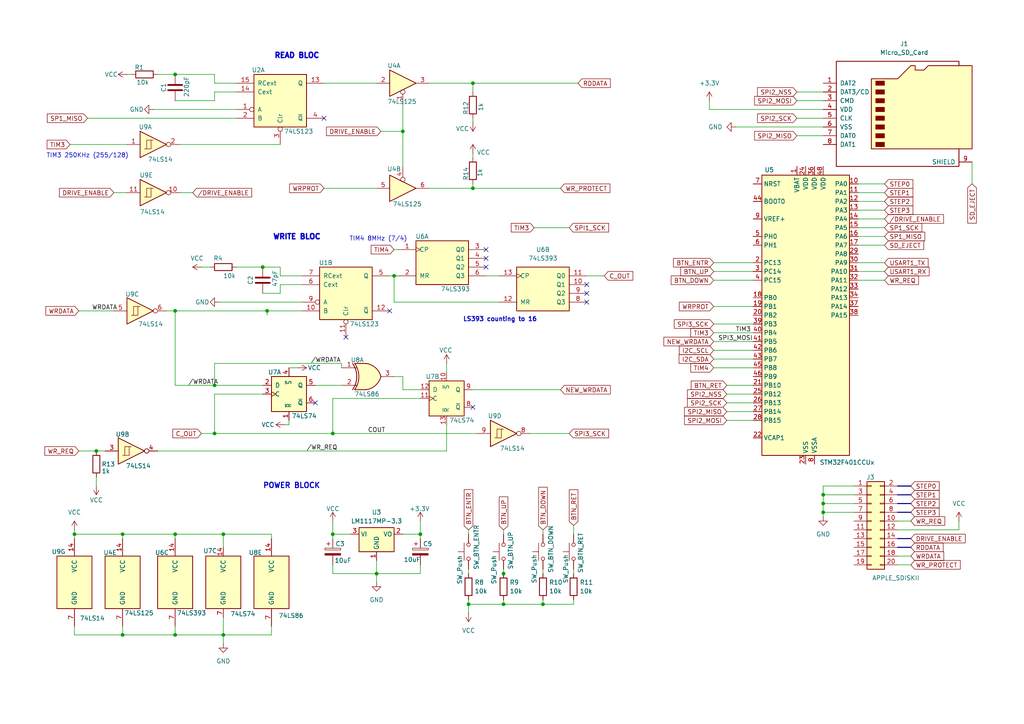
<source format=kicad_sch>
(kicad_sch (version 20231120) (generator "eeschema") (generator_version "8.0")
  (paper "A4")
  (title_block (title "APPLE II DISK EM STM32F401") (rev "15"))
  (lib_symbols
    (symbol "74xx:74LS123" (pin_names (offset 1.016))
      (property "Reference" "U" (at -7.62 8.89 0))
      (property "Value" "74LS123" (at -7.62 -8.89 0))
      (symbol "74LS123_1_0"
        (pin input inverted (at -12.7 -2.54 0) (length 5.08) (name "A") (number "1"))
        (pin output line (at 12.7 5.08 180) (length 5.08) (name "Q") (number "13"))
        (pin input line (at -12.7 2.54 0) (length 5.08) (name "Cext") (number "14"))
        (pin input line (at -12.7 5.08 0) (length 5.08) (name "RCext") (number "15"))
        (pin input line (at -12.7 -5.08 0) (length 5.08) (name "B") (number "2"))
        (pin input inverted (at 0 -12.7 90) (length 5.08) (name "Clr") (number "3"))
        (pin output line (at 12.7 -5.08 180) (length 5.08) (name "~{Q}") (number "4"))
      )
      (symbol "74LS123_2_0"
        (pin input line (at -12.7 -5.08 0) (length 5.08) (name "B") (number "10"))
        (pin input inverted (at 0 -12.7 90) (length 5.08) (name "Clr") (number "11"))
        (pin output line (at 12.7 -5.08 180) (length 5.08) (name "~{Q}") (number "12"))
        (pin output line (at 12.7 5.08 180) (length 5.08) (name "Q") (number "5"))
        (pin input line (at -12.7 2.54 0) (length 5.08) (name "Cext") (number "6"))
        (pin input line (at -12.7 5.08 0) (length 5.08) (name "RCext") (number "7"))
        (pin input inverted (at -12.7 -2.54 0) (length 5.08) (name "A") (number "9"))
      )
      (symbol "74LS123_3_0"
        (pin power_in line (at 0 12.7 270) (length 5.08) (name "VCC") (number "16"))
        (pin power_in line (at 0 -12.7 90) (length 5.08) (name "GND") (number "8"))
      )
    )
    (symbol "74xx:74LS125" (pin_names (offset 1.016))
      (property "Reference" "U" (at 0 1.27 0))
      (property "Value" "74LS125" (at 0 -1.27 0))
      (symbol "74LS125_1_0"
        (pin input inverted (at 0 -6.35 90) (length 4.445) (name "~") (number "1"))
        (pin input line (at -7.62 0 0) (length 3.81) (name "~") (number "2"))
        (pin tri_state line (at 7.62 0 180) (length 3.81) (name "~") (number "3"))
      )
      (symbol "74LS125_2_0"
        (pin input inverted (at 0 -6.35 90) (length 4.445) (name "~") (number "4"))
        (pin input line (at -7.62 0 0) (length 3.81) (name "~") (number "5"))
        (pin tri_state line (at 7.62 0 180) (length 3.81) (name "~") (number "6"))
      )
      (symbol "74LS125_3_0"
        (pin input inverted (at 0 -6.35 90) (length 4.445) (name "~") (number "10"))
        (pin tri_state line (at 7.62 0 180) (length 3.81) (name "~") (number "8"))
        (pin input line (at -7.62 0 0) (length 3.81) (name "~") (number "9"))
      )
      (symbol "74LS125_4_0"
        (pin tri_state line (at 7.62 0 180) (length 3.81) (name "~") (number "11"))
        (pin input line (at -7.62 0 0) (length 3.81) (name "~") (number "12"))
        (pin input inverted (at 0 -6.35 90) (length 4.445) (name "~") (number "13"))
      )
      (symbol "74LS125_5_0"
        (pin power_in line (at 0 12.7 270) (length 5.08) (name "VCC") (number "14"))
        (pin power_in line (at 0 -12.7 90) (length 5.08) (name "GND") (number "7"))
      )
    )
    (symbol "74xx:74LS14" (pin_names (offset 1.016))
      (property "Reference" "U" (at 0 1.27 0))
      (property "Value" "74LS14" (at 0 -1.27 0))
      (symbol "74LS14_1_0"
        (pin input line (at -7.62 0 0) (length 3.81) (name "~") (number "1"))
        (pin output inverted (at 7.62 0 180) (length 3.81) (name "~") (number "2"))
      )
      (symbol "74LS14_2_0"
        (pin input line (at -7.62 0 0) (length 3.81) (name "~") (number "3"))
        (pin output inverted (at 7.62 0 180) (length 3.81) (name "~") (number "4"))
      )
      (symbol "74LS14_3_0"
        (pin input line (at -7.62 0 0) (length 3.81) (name "~") (number "5"))
        (pin output inverted (at 7.62 0 180) (length 3.81) (name "~") (number "6"))
      )
      (symbol "74LS14_4_0"
        (pin output inverted (at 7.62 0 180) (length 3.81) (name "~") (number "8"))
        (pin input line (at -7.62 0 0) (length 3.81) (name "~") (number "9"))
      )
      (symbol "74LS14_5_0"
        (pin output inverted (at 7.62 0 180) (length 3.81) (name "~") (number "10"))
        (pin input line (at -7.62 0 0) (length 3.81) (name "~") (number "11"))
      )
      (symbol "74LS14_6_0"
        (pin output inverted (at 7.62 0 180) (length 3.81) (name "~") (number "12"))
        (pin input line (at -7.62 0 0) (length 3.81) (name "~") (number "13"))
      )
      (symbol "74LS14_7_0"
        (pin power_in line (at 0 12.7 270) (length 5.08) (name "VCC") (number "14"))
        (pin power_in line (at 0 -12.7 90) (length 5.08) (name "GND") (number "7"))
      )
    )
    (symbol "74xx:74LS393" (pin_names (offset 1.016))
      (property "Reference" "U" (at -7.62 8.89 0))
      (property "Value" "74LS393" (at -7.62 -8.89 0))
      (symbol "74LS393_1_0"
        (pin input clock (at -12.7 2.54 0) (length 5.08) (name "CP") (number "1"))
        (pin input line (at -12.7 -5.08 0) (length 5.08) (name "MR") (number "2"))
        (pin output line (at 12.7 2.54 180) (length 5.08) (name "Q0") (number "3"))
        (pin output line (at 12.7 0 180) (length 5.08) (name "Q1") (number "4"))
        (pin output line (at 12.7 -2.54 180) (length 5.08) (name "Q2") (number "5"))
        (pin output line (at 12.7 -5.08 180) (length 5.08) (name "Q3") (number "6"))
      )
      (symbol "74LS393_2_0"
        (pin output line (at 12.7 0 180) (length 5.08) (name "Q1") (number "10"))
        (pin output line (at 12.7 2.54 180) (length 5.08) (name "Q0") (number "11"))
        (pin input line (at -12.7 -5.08 0) (length 5.08) (name "MR") (number "12"))
        (pin input clock (at -12.7 2.54 0) (length 5.08) (name "CP") (number "13"))
        (pin output line (at 12.7 -5.08 180) (length 5.08) (name "Q3") (number "8"))
        (pin output line (at 12.7 -2.54 180) (length 5.08) (name "Q2") (number "9"))
      )
      (symbol "74LS393_3_0"
        (pin power_in line (at 0 12.7 270) (length 5.08) (name "VCC") (number "14"))
        (pin power_in line (at 0 -12.7 90) (length 5.08) (name "GND") (number "7"))
      )
    )
    (symbol "74xx:74LS74" (pin_names (offset 1.016))
      (property "Reference" "U" (at -7.62 8.89 0))
      (property "Value" "74LS74" (at -7.62 -8.89 0))
      (symbol "74LS74_1_0"
        (pin input line (at 0 -7.62 90) (length 2.54) (name "~{R}") (number "1"))
        (pin input line (at -7.62 2.54 0) (length 2.54) (name "D") (number "2"))
        (pin input clock (at -7.62 0 0) (length 2.54) (name "C") (number "3"))
        (pin input line (at 0 7.62 270) (length 2.54) (name "~{S}") (number "4"))
        (pin output line (at 7.62 2.54 180) (length 2.54) (name "Q") (number "5"))
        (pin output line (at 7.62 -2.54 180) (length 2.54) (name "~{Q}") (number "6"))
      )
      (symbol "74LS74_2_0"
        (pin input line (at 0 7.62 270) (length 2.54) (name "~{S}") (number "10"))
        (pin input clock (at -7.62 0 0) (length 2.54) (name "C") (number "11"))
        (pin input line (at -7.62 2.54 0) (length 2.54) (name "D") (number "12"))
        (pin input line (at 0 -7.62 90) (length 2.54) (name "~{R}") (number "13"))
        (pin output line (at 7.62 -2.54 180) (length 2.54) (name "~{Q}") (number "8"))
        (pin output line (at 7.62 2.54 180) (length 2.54) (name "Q") (number "9"))
      )
      (symbol "74LS74_3_0"
        (pin power_in line (at 0 10.16 270) (length 2.54) (name "VCC") (number "14"))
        (pin power_in line (at 0 -10.16 90) (length 2.54) (name "GND") (number "7"))
      )
    )
    (symbol "74xx:74LS86" (pin_names (offset 1.016))
      (property "Reference" "U" (at 0 1.27 0))
      (property "Value" "74LS86" (at 0 -1.27 0))
      (symbol "74LS86_1_0"
        (pin input line (at -7.62 2.54 0) (length 4.445) (name "~") (number "1"))
        (pin input line (at -7.62 -2.54 0) (length 4.445) (name "~") (number "2"))
        (pin output line (at 7.62 0 180) (length 3.81) (name "~") (number "3"))
      )
      (symbol "74LS86_2_0"
        (pin input line (at -7.62 2.54 0) (length 4.445) (name "~") (number "4"))
        (pin input line (at -7.62 -2.54 0) (length 4.445) (name "~") (number "5"))
        (pin output line (at 7.62 0 180) (length 3.81) (name "~") (number "6"))
      )
      (symbol "74LS86_3_0"
        (pin input line (at -7.62 -2.54 0) (length 4.445) (name "~") (number "10"))
        (pin output line (at 7.62 0 180) (length 3.81) (name "~") (number "8"))
        (pin input line (at -7.62 2.54 0) (length 4.445) (name "~") (number "9"))
      )
      (symbol "74LS86_4_0"
        (pin output line (at 7.62 0 180) (length 3.81) (name "~") (number "11"))
        (pin input line (at -7.62 2.54 0) (length 4.445) (name "~") (number "12"))
        (pin input line (at -7.62 -2.54 0) (length 4.445) (name "~") (number "13"))
      )
      (symbol "74LS86_5_0"
        (pin power_in line (at 0 12.7 270) (length 5.08) (name "VCC") (number "14"))
        (pin power_in line (at 0 -12.7 90) (length 5.08) (name "GND") (number "7"))
      )
    )
    (symbol "Connector:Micro_SD_Card" (pin_names (offset 1.016))
      (property "Reference" "J" (at -16.51 15.24 0))
      (property "Value" "Micro_SD_Card" (at 16.51 15.24 0))
      (symbol "Micro_SD_Card_1_1"
        (pin bidirectional line (at -22.86 7.62 0) (length 3.81) (name "DAT2") (number "1"))
        (pin bidirectional line (at -22.86 5.08 0) (length 3.81) (name "DAT3/CD") (number "2"))
        (pin input line (at -22.86 2.54 0) (length 3.81) (name "CMD") (number "3"))
        (pin power_in line (at -22.86 0 0) (length 3.81) (name "VDD") (number "4"))
        (pin input line (at -22.86 -2.54 0) (length 3.81) (name "CLK") (number "5"))
        (pin power_in line (at -22.86 -5.08 0) (length 3.81) (name "VSS") (number "6"))
        (pin bidirectional line (at -22.86 -7.62 0) (length 3.81) (name "DAT0") (number "7"))
        (pin bidirectional line (at -22.86 -10.16 0) (length 3.81) (name "DAT1") (number "8"))
        (pin passive line (at 20.32 -15.24 180) (length 3.81) (name "SHIELD") (number "9"))
      )
    )
    (symbol "Connector_Generic:Conn_02x10_Odd_Even" (pin_names (offset 1.016) hide)
      (property "Reference" "J" (at 1.27 12.7 0))
      (property "Value" "Conn_02x10_Odd_Even" (at 1.27 -15.24 0))
      (symbol "Conn_02x10_Odd_Even_1_1"
        (pin passive line (at -5.08 10.16 0) (length 3.81) (name "Pin_1") (number "1"))
        (pin passive line (at 7.62 0 180) (length 3.81) (name "Pin_10") (number "10"))
        (pin passive line (at -5.08 -2.54 0) (length 3.81) (name "Pin_11") (number "11"))
        (pin passive line (at 7.62 -2.54 180) (length 3.81) (name "Pin_12") (number "12"))
        (pin passive line (at -5.08 -5.08 0) (length 3.81) (name "Pin_13") (number "13"))
        (pin passive line (at 7.62 -5.08 180) (length 3.81) (name "Pin_14") (number "14"))
        (pin passive line (at -5.08 -7.62 0) (length 3.81) (name "Pin_15") (number "15"))
        (pin passive line (at 7.62 -7.62 180) (length 3.81) (name "Pin_16") (number "16"))
        (pin passive line (at -5.08 -10.16 0) (length 3.81) (name "Pin_17") (number "17"))
        (pin passive line (at 7.62 -10.16 180) (length 3.81) (name "Pin_18") (number "18"))
        (pin passive line (at -5.08 -12.7 0) (length 3.81) (name "Pin_19") (number "19"))
        (pin passive line (at 7.62 10.16 180) (length 3.81) (name "Pin_2") (number "2"))
        (pin passive line (at 7.62 -12.7 180) (length 3.81) (name "Pin_20") (number "20"))
        (pin passive line (at -5.08 7.62 0) (length 3.81) (name "Pin_3") (number "3"))
        (pin passive line (at 7.62 7.62 180) (length 3.81) (name "Pin_4") (number "4"))
        (pin passive line (at -5.08 5.08 0) (length 3.81) (name "Pin_5") (number "5"))
        (pin passive line (at 7.62 5.08 180) (length 3.81) (name "Pin_6") (number "6"))
        (pin passive line (at -5.08 2.54 0) (length 3.81) (name "Pin_7") (number "7"))
        (pin passive line (at 7.62 2.54 180) (length 3.81) (name "Pin_8") (number "8"))
        (pin passive line (at -5.08 0 0) (length 3.81) (name "Pin_9") (number "9"))
      )
    )
    (symbol "Device:C" (pin_numbers hide) (pin_names (offset 0.254))
      (property "Reference" "C" (at 0.635 2.54 0))
      (property "Value" "C" (at 0.635 -2.54 0))
      (symbol "C_1_1"
        (pin passive line (at 0 3.81 270) (length 2.794) (name "~") (number "1"))
        (pin passive line (at 0 -3.81 90) (length 2.794) (name "~") (number "2"))
      )
    )
    (symbol "Device:C_Polarized" (pin_numbers hide) (pin_names (offset 0.254))
      (property "Reference" "C" (at 0.635 2.54 0))
      (property "Value" "C_Polarized" (at 0.635 -2.54 0))
      (symbol "C_Polarized_1_1"
        (pin passive line (at 0 3.81 270) (length 2.794) (name "~") (number "1"))
        (pin passive line (at 0 -3.81 90) (length 2.794) (name "~") (number "2"))
      )
    )
    (symbol "Device:R" (pin_numbers hide) (pin_names (offset 0))
      (property "Reference" "R" (at 2.032 0 90))
      (property "Value" "R" (at 0 0 90))
      (symbol "R_1_1"
        (pin passive line (at 0 3.81 270) (length 1.27) (name "~") (number "1"))
        (pin passive line (at 0 -3.81 90) (length 1.27) (name "~") (number "2"))
      )
    )
    (symbol "MCU_ST_STM32F4:STM32F401CCUx"
      (property "Reference" "U" (at -12.7 41.91 0))
      (property "Value" "STM32F401CCUx" (at 7.62 41.91 0))
      (symbol "STM32F401CCUx_1_1"
        (pin power_in line (at -2.54 43.18 270) (length 2.54) (name "VBAT") (number "1"))
        (pin bidirectional line (at 15.24 38.1 180) (length 2.54) (name "PA0") (number "10"))
        (pin bidirectional line (at 15.24 35.56 180) (length 2.54) (name "PA1") (number "11"))
        (pin bidirectional line (at 15.24 33.02 180) (length 2.54) (name "PA2") (number "12"))
        (pin bidirectional line (at 15.24 30.48 180) (length 2.54) (name "PA3") (number "13"))
        (pin bidirectional line (at 15.24 27.94 180) (length 2.54) (name "PA4") (number "14"))
        (pin bidirectional line (at 15.24 25.4 180) (length 2.54) (name "PA5") (number "15"))
        (pin bidirectional line (at 15.24 22.86 180) (length 2.54) (name "PA6") (number "16"))
        (pin bidirectional line (at 15.24 20.32 180) (length 2.54) (name "PA7") (number "17"))
        (pin bidirectional line (at -15.24 5.08 0) (length 2.54) (name "PB0") (number "18"))
        (pin bidirectional line (at -15.24 2.54 0) (length 2.54) (name "PB1") (number "19"))
        (pin bidirectional line (at -15.24 15.24 0) (length 2.54) (name "PC13") (number "2"))
        (pin bidirectional line (at -15.24 0 0) (length 2.54) (name "PB2") (number "20"))
        (pin bidirectional line (at -15.24 -20.32 0) (length 2.54) (name "PB10") (number "21"))
        (pin power_out line (at -15.24 -35.56 0) (length 2.54) (name "VCAP1") (number "22"))
        (pin power_in line (at 0 -43.18 90) (length 2.54) (name "VSS") (number "23"))
        (pin power_in line (at 0 43.18 270) (length 2.54) (name "VDD") (number "24"))
        (pin bidirectional line (at -15.24 -22.86 0) (length 2.54) (name "PB12") (number "25"))
        (pin bidirectional line (at -15.24 -25.4 0) (length 2.54) (name "PB13") (number "26"))
        (pin bidirectional line (at -15.24 -27.94 0) (length 2.54) (name "PB14") (number "27"))
        (pin bidirectional line (at -15.24 -30.48 0) (length 2.54) (name "PB15") (number "28"))
        (pin bidirectional line (at 15.24 17.78 180) (length 2.54) (name "PA8") (number "29"))
        (pin bidirectional line (at -15.24 12.7 0) (length 2.54) (name "PC14") (number "3"))
        (pin bidirectional line (at 15.24 15.24 180) (length 2.54) (name "PA9") (number "30"))
        (pin bidirectional line (at 15.24 12.7 180) (length 2.54) (name "PA10") (number "31"))
        (pin bidirectional line (at 15.24 10.16 180) (length 2.54) (name "PA11") (number "32"))
        (pin bidirectional line (at 15.24 7.62 180) (length 2.54) (name "PA12") (number "33"))
        (pin bidirectional line (at 15.24 5.08 180) (length 2.54) (name "PA13") (number "34"))
        (pin passive line (at 0 -43.18 90) (length 2.54) hide (name "VSS") (number "35"))
        (pin power_in line (at 2.54 43.18 270) (length 2.54) (name "VDD") (number "36"))
        (pin bidirectional line (at 15.24 2.54 180) (length 2.54) (name "PA14") (number "37"))
        (pin bidirectional line (at 15.24 0 180) (length 2.54) (name "PA15") (number "38"))
        (pin bidirectional line (at -15.24 -2.54 0) (length 2.54) (name "PB3") (number "39"))
        (pin bidirectional line (at -15.24 10.16 0) (length 2.54) (name "PC15") (number "4"))
        (pin bidirectional line (at -15.24 -5.08 0) (length 2.54) (name "PB4") (number "40"))
        (pin bidirectional line (at -15.24 -7.62 0) (length 2.54) (name "PB5") (number "41"))
        (pin bidirectional line (at -15.24 -10.16 0) (length 2.54) (name "PB6") (number "42"))
        (pin bidirectional line (at -15.24 -12.7 0) (length 2.54) (name "PB7") (number "43"))
        (pin input line (at -15.24 33.02 0) (length 2.54) (name "BOOT0") (number "44"))
        (pin bidirectional line (at -15.24 -15.24 0) (length 2.54) (name "PB8") (number "45"))
        (pin bidirectional line (at -15.24 -17.78 0) (length 2.54) (name "PB9") (number "46"))
        (pin passive line (at 0 -43.18 90) (length 2.54) hide (name "VSS") (number "47"))
        (pin power_in line (at 5.08 43.18 270) (length 2.54) (name "VDD") (number "48"))
        (pin passive line (at 0 -43.18 90) (length 2.54) hide (name "VSS") (number "49"))
        (pin bidirectional line (at -15.24 22.86 0) (length 2.54) (name "PH0") (number "5"))
        (pin bidirectional line (at -15.24 20.32 0) (length 2.54) (name "PH1") (number "6"))
        (pin input line (at -15.24 38.1 0) (length 2.54) (name "NRST") (number "7"))
        (pin power_in line (at 2.54 -43.18 90) (length 2.54) (name "VSSA") (number "8"))
        (pin input line (at -15.24 27.94 0) (length 2.54) (name "VREF+") (number "9"))
      )
    )
    (symbol "Regulator_Linear:LM1117MP-3.3"
      (property "Reference" "U" (at -3.81 3.175 0))
      (property "Value" "LM1117MP-3.3" (at 0 3.175 0))
      (symbol "LM1117MP-3.3_1_1"
        (pin power_in line (at 0 -7.62 90) (length 2.54) (name "GND") (number "1"))
        (pin power_out line (at 7.62 0 180) (length 2.54) (name "VO") (number "2"))
        (pin power_in line (at -7.62 0 0) (length 2.54) (name "VI") (number "3"))
      )
    )
    (symbol "Switch:SW_Push" (pin_numbers hide) (pin_names (offset 1.016) hide)
      (property "Reference" "SW" (at 1.27 2.54 0))
      (property "Value" "SW_Push" (at 0 -1.524 0))
      (symbol "SW_Push_0_1"
        (pin passive line (at -5.08 0 0) (length 2.54) (name "1") (number "1"))
        (pin passive line (at 5.08 0 180) (length 2.54) (name "2") (number "2"))
      )
    )
    (symbol "power:+3.3V" (power) (pin_numbers hide) (pin_names (offset 0) hide)
      (property "Value" "+3.3V" (at 0 3.556 0))
      (symbol "+3.3V_1_1"
        (pin power_in line (at 0 0 90) (length 0) (name "~") (number "1"))
      )
    )
    (symbol "power:GND" (power) (pin_numbers hide) (pin_names (offset 0) hide)
      (property "Value" "GND" (at 0 -3.81 0))
      (symbol "GND_1_1"
        (pin power_in line (at 0 0 270) (length 0) (name "~") (number "1"))
      )
    )
    (symbol "power:VCC" (power) (pin_numbers hide) (pin_names (offset 0) hide)
      (property "Value" "VCC" (at 0 3.556 0))
      (symbol "VCC_1_1"
        (pin power_in line (at 0 0 90) (length 0) (name "~") (number "1"))
      )
    )
  )
  (junction (at 109.22 166.37))
  (junction (at 114.3 80.01))
  (junction (at 62.23 125.73))
  (junction (at 96.52 125.73))
  (junction (at 35.56 154.94))
  (junction (at 76.2 77.47))
  (junction (at 62.23 111.76))
  (junction (at 50.8 21.59))
  (junction (at 50.8 90.17))
  (junction (at 77.47 90.17))
  (junction (at 137.16 24.13))
  (junction (at 50.8 184.15))
  (junction (at 137.16 54.61))
  (junction (at 238.76 146.05))
  (junction (at 50.8 154.94))
  (junction (at 64.77 184.15))
  (junction (at 146.05 175.26))
  (junction (at 157.48 175.26))
  (junction (at 135.89 175.26))
  (junction (at 21.59 154.94))
  (junction (at 146.05 166.37))
  (junction (at 121.92 154.94))
  (junction (at 35.56 184.15))
  (junction (at 116.84 38.1))
  (junction (at 27.94 130.81))
  (junction (at 64.77 154.94))
  (junction (at 238.76 143.51))
  (junction (at 96.52 154.94))
  (junction (at 238.76 148.59))
  (no_connect (at 137.16 118.11))
  (no_connect (at 140.97 72.39))
  (no_connect (at 91.44 116.84))
  (no_connect (at 140.97 77.47))
  (no_connect (at 113.03 90.17))
  (no_connect (at 93.98 34.29))
  (no_connect (at 170.18 82.55))
  (no_connect (at 140.97 74.93))
  (no_connect (at 170.18 85.09))
  (no_connect (at 100.33 97.79))
  (no_connect (at 170.18 87.63))
  (wire (pts (xy 35.56 181.61) (xy 35.56 184.15)))
  (wire (pts (xy 81.28 80.01) (xy 81.28 77.47)))
  (wire (pts (xy 109.22 166.37) (xy 109.22 162.56)))
  (wire (pts (xy 135.89 153.67) (xy 135.89 154.94)))
  (wire (pts (xy 124.46 54.61) (xy 137.16 54.61)))
  (wire (pts (xy 157.48 153.67) (xy 157.48 154.94)))
  (wire (pts (xy 116.84 113.03) (xy 116.84 109.22)))
  (wire (pts (xy 129.54 123.19) (xy 129.54 130.81)))
  (wire (pts (xy 248.92 60.96) (xy 256.54 60.96)))
  (wire (pts (xy 62.23 125.73) (xy 96.52 125.73)))
  (wire (pts (xy 137.16 113.03) (xy 162.56 113.03)))
  (wire (pts (xy 50.8 156.21) (xy 50.8 154.94)))
  (wire (pts (xy 116.84 109.22) (xy 114.3 109.22)))
  (wire (pts (xy 96.52 166.37) (xy 109.22 166.37)))
  (wire (pts (xy 52.07 55.88) (xy 55.88 55.88)))
  (wire (pts (xy 64.77 154.94) (xy 78.74 154.94)))
  (wire (pts (xy 166.37 165.1) (xy 166.37 166.37)))
  (wire (pts (xy 238.76 148.59) (xy 238.76 149.86)))
  (wire (pts (xy 77.47 90.17) (xy 77.47 91.44)))
  (wire (pts (xy 36.83 21.59) (xy 38.1 21.59)))
  (wire (pts (xy 35.56 156.21) (xy 35.56 154.94)))
  (wire (pts (xy 50.8 111.76) (xy 62.23 111.76)))
  (wire (pts (xy 137.16 44.45) (xy 137.16 45.72)))
  (wire (pts (xy 20.32 41.91) (xy 36.83 41.91)))
  (wire (pts (xy 153.67 125.73) (xy 165.1 125.73)))
  (wire (pts (xy 207.01 93.98) (xy 218.44 93.98)))
  (wire (pts (xy 96.52 125.73) (xy 138.43 125.73)))
  (wire (pts (xy 260.35 153.67) (xy 278.13 153.67)))
  (wire (pts (xy 248.92 53.34) (xy 256.54 53.34)))
  (wire (pts (xy 77.47 90.17) (xy 50.8 90.17)))
  (wire (pts (xy 116.84 154.94) (xy 121.92 154.94)))
  (wire (pts (xy 78.74 156.21) (xy 78.74 154.94)))
  (wire (pts (xy 116.84 38.1) (xy 116.84 48.26)))
  (wire (pts (xy 21.59 153.67) (xy 21.59 154.94)))
  (wire (pts (xy 213.36 36.83) (xy 238.76 36.83)))
  (wire (pts (xy 137.16 24.13) (xy 137.16 26.67)))
  (wire (pts (xy 96.52 163.83) (xy 96.52 166.37)))
  (wire (pts (xy 238.76 143.51) (xy 247.65 143.51)))
  (wire (pts (xy 50.8 29.21) (xy 62.23 29.21)))
  (wire (pts (xy 35.56 184.15) (xy 50.8 184.15)))
  (wire (pts (xy 110.49 38.1) (xy 116.84 38.1)))
  (wire (pts (xy 207.01 76.2) (xy 218.44 76.2)))
  (wire (pts (xy 207.01 99.06) (xy 218.44 99.06)))
  (wire (pts (xy 238.76 146.05) (xy 238.76 148.59)))
  (wire (pts (xy 62.23 29.21) (xy 62.23 26.67)))
  (wire (pts (xy 109.22 166.37) (xy 109.22 168.91)))
  (wire (pts (xy 137.16 54.61) (xy 162.56 54.61)))
  (wire (pts (xy 121.92 115.57) (xy 96.52 115.57)))
  (wire (pts (xy 116.84 113.03) (xy 121.92 113.03)))
  (wire (pts (xy 146.05 165.1) (xy 146.05 166.37)))
  (wire (pts (xy 248.92 78.74) (xy 256.54 78.74)))
  (wire (pts (xy 137.16 53.34) (xy 137.16 54.61)))
  (wire (pts (xy 22.86 130.81) (xy 27.94 130.81)))
  (wire (pts (xy 140.97 80.01) (xy 144.78 80.01)))
  (wire (pts (xy 64.77 184.15) (xy 64.77 186.69)))
  (wire (pts (xy 248.92 63.5) (xy 256.54 63.5)))
  (wire (pts (xy 238.76 143.51) (xy 238.76 146.05)))
  (bus (pts (xy 260.35 143.51) (xy 264.16 143.51)))
  (wire (pts (xy 87.63 87.63) (xy 63.5 87.63)))
  (wire (pts (xy 78.74 181.61) (xy 78.74 184.15)))
  (wire (pts (xy 83.82 123.19) (xy 83.82 121.92)))
  (wire (pts (xy 157.48 175.26) (xy 166.37 175.26)))
  (bus (pts (xy 260.35 146.05) (xy 264.16 146.05)))
  (wire (pts (xy 62.23 24.13) (xy 68.58 24.13)))
  (bus (pts (xy 260.35 158.75) (xy 264.16 158.75)))
  (wire (pts (xy 21.59 156.21) (xy 21.59 154.94)))
  (wire (pts (xy 231.14 29.21) (xy 238.76 29.21)))
  (wire (pts (xy 248.92 76.2) (xy 256.54 76.2)))
  (wire (pts (xy 247.65 140.97) (xy 238.76 140.97)))
  (wire (pts (xy 137.16 34.29) (xy 137.16 35.56)))
  (wire (pts (xy 114.3 80.01) (xy 115.57 80.01)))
  (wire (pts (xy 207.01 106.68) (xy 218.44 106.68)))
  (wire (pts (xy 52.07 41.91) (xy 81.28 41.91)))
  (wire (pts (xy 205.74 29.21) (xy 205.74 31.75)))
  (wire (pts (xy 114.3 72.39) (xy 115.57 72.39)))
  (wire (pts (xy 121.92 151.13) (xy 121.92 154.94)))
  (wire (pts (xy 146.05 167.64) (xy 146.05 166.37)))
  (wire (pts (xy 27.94 138.43) (xy 27.94 140.97)))
  (wire (pts (xy 62.23 105.41) (xy 62.23 111.76)))
  (wire (pts (xy 91.44 111.76) (xy 99.06 111.76)))
  (wire (pts (xy 121.92 163.83) (xy 121.92 166.37)))
  (wire (pts (xy 76.2 85.09) (xy 81.28 85.09)))
  (wire (pts (xy 146.05 153.67) (xy 146.05 154.94)))
  (wire (pts (xy 210.82 114.3) (xy 218.44 114.3)))
  (wire (pts (xy 62.23 26.67) (xy 68.58 26.67)))
  (wire (pts (xy 81.28 85.09) (xy 81.28 82.55)))
  (wire (pts (xy 62.23 114.3) (xy 62.23 125.73)))
  (wire (pts (xy 78.74 184.15) (xy 64.77 184.15)))
  (bus (pts (xy 260.35 156.21) (xy 264.16 156.21)))
  (wire (pts (xy 146.05 175.26) (xy 135.89 175.26)))
  (wire (pts (xy 96.52 154.94) (xy 96.52 156.21)))
  (wire (pts (xy 238.76 146.05) (xy 247.65 146.05)))
  (wire (pts (xy 146.05 173.99) (xy 146.05 175.26)))
  (wire (pts (xy 260.35 151.13) (xy 264.16 151.13)))
  (wire (pts (xy 50.8 154.94) (xy 35.56 154.94)))
  (wire (pts (xy 207.01 101.6) (xy 218.44 101.6)))
  (wire (pts (xy 64.77 158.75) (xy 64.77 154.94)))
  (wire (pts (xy 68.58 31.75) (xy 44.45 31.75)))
  (wire (pts (xy 166.37 152.4) (xy 166.37 154.94)))
  (wire (pts (xy 64.77 179.07) (xy 64.77 184.15)))
  (wire (pts (xy 62.23 21.59) (xy 62.23 24.13)))
  (wire (pts (xy 68.58 77.47) (xy 76.2 77.47)))
  (wire (pts (xy 22.86 90.17) (xy 33.02 90.17)))
  (wire (pts (xy 114.3 87.63) (xy 114.3 80.01)))
  (wire (pts (xy 121.92 166.37) (xy 109.22 166.37)))
  (wire (pts (xy 45.72 130.81) (xy 129.54 130.81)))
  (wire (pts (xy 99.06 105.41) (xy 99.06 106.68)))
  (wire (pts (xy 207.01 96.52) (xy 218.44 96.52)))
  (wire (pts (xy 137.16 24.13) (xy 167.64 24.13)))
  (wire (pts (xy 278.13 151.13) (xy 278.13 153.67)))
  (wire (pts (xy 207.01 81.28) (xy 218.44 81.28)))
  (wire (pts (xy 116.84 38.1) (xy 116.84 30.48)))
  (wire (pts (xy 166.37 173.99) (xy 166.37 175.26)))
  (wire (pts (xy 96.52 151.13) (xy 96.52 154.94)))
  (wire (pts (xy 21.59 154.94) (xy 35.56 154.94)))
  (wire (pts (xy 248.92 58.42) (xy 256.54 58.42)))
  (wire (pts (xy 205.74 31.75) (xy 238.76 31.75)))
  (wire (pts (xy 33.02 55.88) (xy 36.83 55.88)))
  (wire (pts (xy 87.63 80.01) (xy 81.28 80.01)))
  (wire (pts (xy 101.6 154.94) (xy 96.52 154.94)))
  (wire (pts (xy 207.01 88.9) (xy 218.44 88.9)))
  (wire (pts (xy 50.8 21.59) (xy 62.23 21.59)))
  (wire (pts (xy 62.23 105.41) (xy 99.06 105.41)))
  (wire (pts (xy 50.8 154.94) (xy 64.77 154.94)))
  (wire (pts (xy 62.23 111.76) (xy 76.2 111.76)))
  (wire (pts (xy 50.8 90.17) (xy 50.8 111.76)))
  (wire (pts (xy 207.01 104.14) (xy 218.44 104.14)))
  (bus (pts (xy 260.35 148.59) (xy 264.16 148.59)))
  (wire (pts (xy 146.05 175.26) (xy 157.48 175.26)))
  (wire (pts (xy 210.82 119.38) (xy 218.44 119.38)))
  (wire (pts (xy 260.35 163.83) (xy 264.16 163.83)))
  (wire (pts (xy 231.14 39.37) (xy 238.76 39.37)))
  (wire (pts (xy 248.92 71.12) (xy 256.54 71.12)))
  (wire (pts (xy 210.82 121.92) (xy 218.44 121.92)))
  (wire (pts (xy 50.8 90.17) (xy 48.26 90.17)))
  (wire (pts (xy 25.4 34.29) (xy 68.58 34.29)))
  (wire (pts (xy 157.48 173.99) (xy 157.48 175.26)))
  (wire (pts (xy 238.76 148.59) (xy 247.65 148.59)))
  (wire (pts (xy 207.01 78.74) (xy 218.44 78.74)))
  (wire (pts (xy 77.47 90.17) (xy 87.63 90.17)))
  (wire (pts (xy 157.48 165.1) (xy 157.48 166.37)))
  (wire (pts (xy 210.82 116.84) (xy 218.44 116.84)))
  (wire (pts (xy 248.92 68.58) (xy 256.54 68.58)))
  (wire (pts (xy 129.54 105.41) (xy 129.54 107.95)))
  (wire (pts (xy 135.89 175.26) (xy 135.89 177.8)))
  (wire (pts (xy 58.42 125.73) (xy 62.23 125.73)))
  (wire (pts (xy 82.55 123.19) (xy 83.82 123.19)))
  (wire (pts (xy 93.98 24.13) (xy 109.22 24.13)))
  (wire (pts (xy 113.03 80.01) (xy 114.3 80.01)))
  (wire (pts (xy 248.92 55.88) (xy 256.54 55.88)))
  (wire (pts (xy 93.98 54.61) (xy 109.22 54.61)))
  (wire (pts (xy 62.23 114.3) (xy 76.2 114.3)))
  (wire (pts (xy 281.94 46.99) (xy 281.94 53.34)))
  (wire (pts (xy 45.72 21.59) (xy 50.8 21.59)))
  (wire (pts (xy 50.8 184.15) (xy 64.77 184.15)))
  (wire (pts (xy 81.28 77.47) (xy 76.2 77.47)))
  (wire (pts (xy 81.28 82.55) (xy 87.63 82.55)))
  (wire (pts (xy 83.82 106.68) (xy 86.36 106.68)))
  (wire (pts (xy 210.82 111.76) (xy 218.44 111.76)))
  (wire (pts (xy 231.14 26.67) (xy 238.76 26.67)))
  (wire (pts (xy 50.8 181.61) (xy 50.8 184.15)))
  (bus (pts (xy 260.35 140.97) (xy 264.16 140.97)))
  (wire (pts (xy 248.92 81.28) (xy 256.54 81.28)))
  (wire (pts (xy 248.92 66.04) (xy 256.54 66.04)))
  (wire (pts (xy 96.52 115.57) (xy 96.52 125.73)))
  (wire (pts (xy 135.89 173.99) (xy 135.89 175.26)))
  (wire (pts (xy 135.89 165.1) (xy 135.89 166.37)))
  (wire (pts (xy 260.35 161.29) (xy 264.16 161.29)))
  (wire (pts (xy 154.94 66.04) (xy 165.1 66.04)))
  (wire (pts (xy 58.42 77.47) (xy 60.96 77.47)))
  (wire (pts (xy 238.76 140.97) (xy 238.76 143.51)))
  (wire (pts (xy 121.92 154.94) (xy 121.92 156.21)))
  (wire (pts (xy 144.78 87.63) (xy 114.3 87.63)))
  (wire (pts (xy 124.46 24.13) (xy 137.16 24.13)))
  (wire (pts (xy 21.59 181.61) (xy 21.59 184.15)))
  (wire (pts (xy 231.14 34.29) (xy 238.76 34.29)))
  (wire (pts (xy 27.94 130.81) (xy 30.48 130.81)))
  (wire (pts (xy 170.18 80.01) (xy 175.26 80.01)))
  (wire (pts (xy 21.59 184.15) (xy 35.56 184.15)))
  (text "READ BLOC\n" (at 86.106 16.256 0) (effects (font (size 1.524 1.524) (thickness 0.508) (bold yes))))
  (text "LS393 counting to 16" (at 145.034 92.71 0) (effects (font (size 1.27 1.27) (bold yes))))
  (text "WRITE BLOC\n" (at 86.106 68.834 0) (effects (font (size 1.524 1.524) (thickness 0.508) (bold yes))))
  (text "POWER BLOCK" (at 84.582 140.97 0) (effects (font (size 1.524 1.524) (thickness 0.3048) (bold yes))))
  (text "TIM3 250KHz (255/128)" (at 25.4 45.212 0) (effects (font (size 1.27 1.27))))
  (text "TIM4 8MHz (7/4)" (at 109.728 69.342 0) (effects (font (size 1.27 1.27))))
  (label "WRDATA" (at 26.67 90.17 0))
  (label "SPI3_MOSI" (at 208.28 99.06 0))
  (label "{slash}WRDATA" (at 54.61 111.76 0))
  (label "{slash}WR_REQ" (at 88.9 130.81 0))
  (label "TIM3" (at 213.36 96.52 0))
  (label "{slash}WRDATA" (at 90.17 105.41 0))
  (label "COUT" (at 106.68 125.73 0))
  (global_label "SPI2_MOSI" (shape input) (at 210.82 121.92 180) (property "Intersheetrefs" "${INTERSHEET_REFS}" (effects (hide yes))))
  (global_label "STEP3" (shape input) (at 264.16 148.59 0) (property "Intersheetrefs" "${INTERSHEET_REFS}" (effects (hide yes))))
  (global_label "TIM3" (shape input) (at 20.32 41.91 180) (property "Intersheetrefs" "${INTERSHEET_REFS}" (effects (hide yes))))
  (global_label "WR_REQ" (shape input) (at 22.86 130.81 180) (property "Intersheetrefs" "${INTERSHEET_REFS}" (effects (hide yes))))
  (global_label "STEP2" (shape input) (at 256.54 58.42 0) (property "Intersheetrefs" "${INTERSHEET_REFS}" (effects (hide yes))))
  (global_label "BTN_DOWN" (shape input) (at 207.01 81.28 180) (property "Intersheetrefs" "${INTERSHEET_REFS}" (effects (hide yes))))
  (global_label "SP1_SCK" (shape input) (at 256.54 66.04 0) (property "Intersheetrefs" "${INTERSHEET_REFS}" (effects (hide yes))))
  (global_label "STEP0" (shape input) (at 264.16 140.97 0) (property "Intersheetrefs" "${INTERSHEET_REFS}" (effects (hide yes))))
  (global_label "NEW_WRDATA" (shape input) (at 162.56 113.03 0) (property "Intersheetrefs" "${INTERSHEET_REFS}" (effects (hide yes))))
  (global_label "WRPROT" (shape input) (at 93.98 54.61 180) (property "Intersheetrefs" "${INTERSHEET_REFS}" (effects (hide yes))))
  (global_label "TIM3" (shape input) (at 207.01 96.52 180) (property "Intersheetrefs" "${INTERSHEET_REFS}" (effects (hide yes))))
  (global_label "SP1_MISO" (shape input) (at 256.54 68.58 0) (property "Intersheetrefs" "${INTERSHEET_REFS}" (effects (hide yes))))
  (global_label "STEP2" (shape input) (at 264.16 146.05 0) (property "Intersheetrefs" "${INTERSHEET_REFS}" (effects (hide yes))))
  (global_label "TIM4" (shape input) (at 114.3 72.39 180) (property "Intersheetrefs" "${INTERSHEET_REFS}" (effects (hide yes))))
  (global_label "BTN_UP" (shape input) (at 207.01 78.74 180) (property "Intersheetrefs" "${INTERSHEET_REFS}" (effects (hide yes))))
  (global_label "STEP1" (shape input) (at 256.54 55.88 0) (property "Intersheetrefs" "${INTERSHEET_REFS}" (effects (hide yes))))
  (global_label "TIM3" (shape input) (at 154.94 66.04 180) (property "Intersheetrefs" "${INTERSHEET_REFS}" (effects (hide yes))))
  (global_label "STEP3" (shape input) (at 256.54 60.96 0) (property "Intersheetrefs" "${INTERSHEET_REFS}" (effects (hide yes))))
  (global_label "BTN_UP" (shape input) (at 146.05 153.67 90) (property "Intersheetrefs" "${INTERSHEET_REFS}" (effects (hide yes))))
  (global_label "WRDATA" (shape input) (at 22.86 90.17 180) (property "Intersheetrefs" "${INTERSHEET_REFS}" (effects (hide yes))))
  (global_label "SPI2_MISO" (shape input) (at 210.82 119.38 180) (property "Intersheetrefs" "${INTERSHEET_REFS}" (effects (hide yes))))
  (global_label "SD_EJECT" (shape input) (at 281.94 53.34 270) (property "Intersheetrefs" "${INTERSHEET_REFS}" (effects (hide yes))))
  (global_label "BTN_RET" (shape input) (at 210.82 111.76 180) (property "Intersheetrefs" "${INTERSHEET_REFS}" (effects (hide yes))))
  (global_label "TIM4" (shape input) (at 207.01 106.68 180) (property "Intersheetrefs" "${INTERSHEET_REFS}" (effects (hide yes))))
  (global_label "{slash}DRIVE_ENABLE" (shape input) (at 256.54 63.5 0) (property "Intersheetrefs" "${INTERSHEET_REFS}" (effects (hide yes))))
  (global_label "WRDATA" (shape input) (at 264.16 161.29 0) (property "Intersheetrefs" "${INTERSHEET_REFS}" (effects (hide yes))))
  (global_label "STEP0" (shape input) (at 256.54 53.34 0) (property "Intersheetrefs" "${INTERSHEET_REFS}" (effects (hide yes))))
  (global_label "RDDATA" (shape input) (at 264.16 158.75 0) (property "Intersheetrefs" "${INTERSHEET_REFS}" (effects (hide yes))))
  (global_label "I2C_SCL" (shape input) (at 207.01 101.6 180) (property "Intersheetrefs" "${INTERSHEET_REFS}" (effects (hide yes))))
  (global_label "{slash}DRIVE_ENABLE" (shape input) (at 55.88 55.88 0) (property "Intersheetrefs" "${INTERSHEET_REFS}" (effects (hide yes))))
  (global_label "WR_REQ" (shape input) (at 264.16 151.13 0) (property "Intersheetrefs" "${INTERSHEET_REFS}" (effects (hide yes))))
  (global_label "BTN_ENTR" (shape input) (at 207.01 76.2 180) (property "Intersheetrefs" "${INTERSHEET_REFS}" (effects (hide yes))))
  (global_label "C_OUT" (shape input) (at 175.26 80.01 0) (property "Intersheetrefs" "${INTERSHEET_REFS}" (effects (hide yes))))
  (global_label "SPI2_SCK" (shape input) (at 231.14 34.29 180) (property "Intersheetrefs" "${INTERSHEET_REFS}" (effects (hide yes))))
  (global_label "SPI1_SCK" (shape input) (at 165.1 66.04 0) (property "Intersheetrefs" "${INTERSHEET_REFS}" (effects (hide yes))))
  (global_label "WRPROT" (shape input) (at 207.01 88.9 180) (property "Intersheetrefs" "${INTERSHEET_REFS}" (effects (hide yes))))
  (global_label "USART1_TX" (shape input) (at 256.54 76.2 0) (property "Intersheetrefs" "${INTERSHEET_REFS}" (effects (hide yes))))
  (global_label "USART1_RX" (shape input) (at 256.54 78.74 0) (property "Intersheetrefs" "${INTERSHEET_REFS}" (effects (hide yes))))
  (global_label "SPI2_NSS" (shape input) (at 210.82 114.3 180) (property "Intersheetrefs" "${INTERSHEET_REFS}" (effects (hide yes))))
  (global_label "SPI2_MOSI" (shape input) (at 231.14 29.21 180) (property "Intersheetrefs" "${INTERSHEET_REFS}" (effects (hide yes))))
  (global_label "WR_PROTECT" (shape input) (at 264.16 163.83 0) (property "Intersheetrefs" "${INTERSHEET_REFS}" (effects (hide yes))))
  (global_label "I2C_SDA" (shape input) (at 207.01 104.14 180) (property "Intersheetrefs" "${INTERSHEET_REFS}" (effects (hide yes))))
  (global_label "SPI2_MISO" (shape input) (at 231.14 39.37 180) (property "Intersheetrefs" "${INTERSHEET_REFS}" (effects (hide yes))))
  (global_label "SP1_MISO" (shape input) (at 25.4 34.29 180) (property "Intersheetrefs" "${INTERSHEET_REFS}" (effects (hide yes))))
  (global_label "C_OUT" (shape input) (at 58.42 125.73 180) (property "Intersheetrefs" "${INTERSHEET_REFS}" (effects (hide yes))))
  (global_label "DRIVE_ENABLE" (shape input) (at 110.49 38.1 180) (property "Intersheetrefs" "${INTERSHEET_REFS}" (effects (hide yes))))
  (global_label "DRIVE_ENABLE" (shape input) (at 33.02 55.88 180) (property "Intersheetrefs" "${INTERSHEET_REFS}" (effects (hide yes))))
  (global_label "SPI3_SCK" (shape input) (at 165.1 125.73 0) (property "Intersheetrefs" "${INTERSHEET_REFS}" (effects (hide yes))))
  (global_label "SPI2_SCK" (shape input) (at 210.82 116.84 180) (property "Intersheetrefs" "${INTERSHEET_REFS}" (effects (hide yes))))
  (global_label "WR_PROTECT" (shape input) (at 162.56 54.61 0) (property "Intersheetrefs" "${INTERSHEET_REFS}" (effects (hide yes))))
  (global_label "BTN_ENTR" (shape input) (at 135.89 153.67 90) (property "Intersheetrefs" "${INTERSHEET_REFS}" (effects (hide yes))))
  (global_label "STEP1" (shape input) (at 264.16 143.51 0) (property "Intersheetrefs" "${INTERSHEET_REFS}" (effects (hide yes))))
  (global_label "NEW_WRDATA" (shape input) (at 207.01 99.06 180) (property "Intersheetrefs" "${INTERSHEET_REFS}" (effects (hide yes))))
  (global_label "WR_REQ" (shape input) (at 256.54 81.28 0) (property "Intersheetrefs" "${INTERSHEET_REFS}" (effects (hide yes))))
  (global_label "BTN_RET" (shape input) (at 166.37 152.4 90) (property "Intersheetrefs" "${INTERSHEET_REFS}" (effects (hide yes))))
  (global_label "SD_EJECT" (shape input) (at 256.54 71.12 0) (property "Intersheetrefs" "${INTERSHEET_REFS}" (effects (hide yes))))
  (global_label "SPI3_SCK" (shape input) (at 207.01 93.98 180) (property "Intersheetrefs" "${INTERSHEET_REFS}" (effects (hide yes))))
  (global_label "RDDATA" (shape input) (at 167.64 24.13 0) (property "Intersheetrefs" "${INTERSHEET_REFS}" (effects (hide yes))))
  (global_label "DRIVE_ENABLE" (shape input) (at 264.16 156.21 0) (property "Intersheetrefs" "${INTERSHEET_REFS}" (effects (hide yes))))
  (global_label "SPI2_NSS" (shape input) (at 231.14 26.67 180) (property "Intersheetrefs" "${INTERSHEET_REFS}" (effects (hide yes))))
  (global_label "BTN_DOWN" (shape input) (at 157.48 153.67 90) (property "Intersheetrefs" "${INTERSHEET_REFS}" (effects (hide yes))))
  (symbol (lib_id "74xx:74LS14") (at 21.59 168.91 0) (unit 7)
    (property "Reference" "U9" (at 14.986 160.02 0) (effects (justify left)))
    (property "Value" "74LS14" (at 23.114 179.324 0) (effects (justify left)))
    (property "Datasheet" "http://www.ti.com/lit/gpn/sn74LS14" (effects (hide yes)))
    (property "Description" "Hex inverter schmitt trigger" (effects (hide yes)))
  )
  (symbol (lib_id "Device:R") (at 166.37 170.18 0) (unit 1)
    (property "Reference" "R11" (at 168.148 168.91 0) (effects (justify left)))
    (property "Value" "10k" (at 168.148 171.45 0) (effects (justify left)))
    (property "Description" "Resistor" (effects (hide yes)))
  )
  (symbol (lib_id "MCU_ST_STM32F4:STM32F401CCUx") (at 233.68 91.44 0) (unit 1)
    (property "Reference" "U5" (at 221.742 49.276 0) (effects (justify left)))
    (property "Value" "STM32F401CCUx" (at 237.744 134.112 0) (effects (justify left)))
    (property "Footprint" "Package_DFN_QFN:QFN-48-1EP_7x7mm_P0.5mm_EP5.6x5.6mm" (effects (hide yes)))
    (property "Datasheet" "https://www.st.com/resource/en/datasheet/stm32f401cc.pdf" (effects (hide yes)))
    (property "Description" "STMicroelectronics Arm Cortex-M4 MCU, 256KB flash, 64KB RAM, 84 MHz, 1.7-3.6V, 36 GPIO, UFQFPN48" (effects (hide yes)))
  )
  (symbol (lib_id "power:VCC") (at 137.16 35.56 180) (unit 1)
    (property "Reference" "#PWR06" (effects (hide yes)))
    (property "Value" "VCC" (at 134.112 37.338 0))
    (property "Description" "Power symbol creates a global label with name \"VCC\"" (effects (hide yes)))
  )
  (symbol (lib_id "74xx:74LS123") (at 100.33 85.09 0) (unit 2)
    (property "Reference" "U1" (at 94.488 76.2 0))
    (property "Value" "74LS123" (at 105.664 93.98 0))
    (property "Datasheet" "http://www.ti.com/lit/gpn/sn74LS123" (effects (hide yes)))
    (property "Description" "Dual retriggerable Monostable" (effects (hide yes)))
  )
  (symbol (lib_id "power:GND") (at 44.45 31.75 270) (unit 1)
    (property "Reference" "#PWR04" (effects (hide yes)))
    (property "Value" "GND" (at 39.624 31.75 90))
    (property "Description" "Power symbol creates a global label with name \"GND\" , ground" (effects (hide yes)))
  )
  (symbol (lib_id "74xx:74LS125") (at 116.84 54.61 0) (mirror x) (unit 2)
    (property "Reference" "U4" (at 114.3 49.022 0))
    (property "Value" "74LS125" (at 118.11 59.182 0))
    (property "Datasheet" "http://www.ti.com/lit/gpn/sn74LS125" (effects (hide yes)))
    (property "Description" "Quad buffer 3-State outputs" (effects (hide yes)))
  )
  (symbol (lib_id "74xx:74LS14") (at 44.45 55.88 0) (unit 5)
    (property "Reference" "U9" (at 42.418 50.8 0))
    (property "Value" "74LS14" (at 44.196 61.468 0))
    (property "Datasheet" "http://www.ti.com/lit/gpn/sn74LS14" (effects (hide yes)))
    (property "Description" "Hex inverter schmitt trigger" (effects (hide yes)))
  )
  (symbol (lib_id "power:GND") (at 64.77 186.69 0) (unit 1)
    (property "Reference" "#PWR03" (effects (hide yes)))
    (property "Value" "GND" (at 64.77 191.77 0))
    (property "Description" "Power symbol creates a global label with name \"GND\" , ground" (effects (hide yes)))
  )
  (symbol (lib_id "Connector:Micro_SD_Card") (at 261.62 31.75 0) (unit 1)
    (property "Reference" "J1" (at 262.255 12.7 0))
    (property "Value" "Micro_SD_Card" (at 262.255 15.24 0))
    (property "Datasheet" "http://katalog.we-online.de/em/datasheet/693072010801.pdf" (effects (hide yes)))
    (property "Description" "Micro SD Card Socket" (effects (hide yes)))
  )
  (symbol (lib_id "74xx:74LS14") (at 40.64 90.17 0) (unit 3)
    (property "Reference" "U9" (at 38.354 85.344 0))
    (property "Value" "74LS14" (at 43.688 93.98 0))
    (property "Datasheet" "http://www.ti.com/lit/gpn/sn74LS14" (effects (hide yes)))
    (property "Description" "Hex inverter schmitt trigger" (effects (hide yes)))
  )
  (symbol (lib_id "74xx:74LS393") (at 50.8 168.91 0) (unit 3)
    (property "Reference" "U6" (at 44.958 160.274 0) (effects (justify left)))
    (property "Value" "74LS393" (at 51.308 177.8 0) (effects (justify left)))
    (property "Datasheet" "74xx\\74LS393.pdf" (effects (hide yes)))
    (property "Description" "Dual BCD 4-bit counter" (effects (hide yes)))
  )
  (symbol (lib_id "Device:R") (at 135.89 170.18 0) (unit 1)
    (property "Reference" "R8" (at 137.668 168.91 0) (effects (justify left)))
    (property "Value" "10k" (at 137.668 171.45 0) (effects (justify left)))
    (property "Description" "Resistor" (effects (hide yes)))
  )
  (symbol (lib_id "Regulator_Linear:LM1117MP-3.3") (at 109.22 154.94 0) (unit 1)
    (property "Reference" "U3" (at 109.22 148.59 0))
    (property "Value" "LM1117MP-3.3" (at 109.22 151.13 0))
    (property "Footprint" "Package_TO_SOT_SMD:SOT-223-3_TabPin2" (effects (hide yes)))
    (property "Datasheet" "http://www.ti.com/lit/ds/symlink/lm1117.pdf" (effects (hide yes)))
    (property "Description" "800mA Low-Dropout Linear Regulator, 3.3V fixed output, SOT-223" (effects (hide yes)))
  )
  (symbol (lib_id "Device:C_Polarized") (at 121.92 160.02 0) (unit 1)
    (property "Reference" "C5" (at 122.682 157.734 0) (effects (justify left)))
    (property "Value" "10uF" (at 117.094 162.306 0) (effects (justify left)))
    (property "Description" "Polarized capacitor" (effects (hide yes)))
  )
  (symbol (lib_id "74xx:74LS74") (at 64.77 168.91 0) (unit 3)
    (property "Reference" "U7" (at 58.928 159.766 0) (effects (justify left)))
    (property "Value" "74LS74" (at 66.802 178.054 0) (effects (justify left)))
    (property "Datasheet" "74xx/74hc_hct74.pdf" (effects (hide yes)))
    (property "Description" "Dual D Flip-flop, Set & Reset" (effects (hide yes)))
  )
  (symbol (lib_id "Device:R") (at 137.16 30.48 0) (unit 1)
    (property "Reference" "R12" (at 135.128 33.274 90) (effects (justify left)))
    (property "Value" "1k" (at 139.446 32.258 90) (effects (justify left)))
    (property "Description" "Resistor" (effects (hide yes)))
  )
  (symbol (lib_id "Switch:SW_Push") (at 157.48 160.02 90) (unit 1)
    (property "Reference" "SW_BTN_DOWN" (at 159.766 152.4 0) (effects (justify right)))
    (property "Value" "SW_Push" (at 154.94 160.782 0) (effects (justify right)))
    (property "Description" "Push button switch, generic, two pins" (effects (hide yes)))
  )
  (symbol (lib_id "power:VCC") (at 36.83 21.59 90) (unit 1)
    (property "Reference" "#PWR01" (effects (hide yes)))
    (property "Value" "VCC" (at 32.258 21.59 90))
    (property "Description" "Power symbol creates a global label with name \"VCC\"" (effects (hide yes)))
  )
  (symbol (lib_id "74xx:74LS74") (at 83.82 114.3 0) (unit 1)
    (property "Reference" "U7" (at 77.724 107.95 0) (effects (justify left)))
    (property "Value" "74LS74" (at 84.582 120.65 0) (effects (justify left)))
    (property "Datasheet" "74xx/74hc_hct74.pdf" (effects (hide yes)))
    (property "Description" "Dual D Flip-flop, Set & Reset" (effects (hide yes)))
  )
  (symbol (lib_id "Device:R") (at 27.94 134.62 0) (unit 1)
    (property "Reference" "R13" (at 29.464 134.62 0) (effects (justify left)))
    (property "Value" "1k" (at 29.464 136.652 0) (effects (justify left)))
    (property "Description" "Resistor" (effects (hide yes)))
  )
  (symbol (lib_id "power:VCC") (at 82.55 123.19 90) (unit 1)
    (property "Reference" "#PWR012" (effects (hide yes)))
    (property "Value" "VCC" (at 77.724 123.19 90))
    (property "Description" "Power symbol creates a global label with name \"VCC\"" (effects (hide yes)))
  )
  (symbol (lib_id "74xx:74LS393") (at 157.48 82.55 0) (unit 2)
    (property "Reference" "U6" (at 157.48 72.39 0))
    (property "Value" "74LS393" (at 157.48 74.93 0))
    (property "Datasheet" "74xx\\74LS393.pdf" (effects (hide yes)))
    (property "Description" "Dual BCD 4-bit counter" (effects (hide yes)))
  )
  (symbol (lib_id "74xx:74LS14") (at 44.45 41.91 0) (unit 1)
    (property "Reference" "U9" (at 42.164 36.83 0))
    (property "Value" "74LS14" (at 46.482 46.228 0))
    (property "Datasheet" "http://www.ti.com/lit/gpn/sn74LS14" (effects (hide yes)))
    (property "Description" "Hex inverter schmitt trigger" (effects (hide yes)))
  )
  (symbol (lib_id "74xx:74LS123") (at 81.28 29.21 0) (unit 1)
    (property "Reference" "U2" (at 74.93 20.32 0))
    (property "Value" "74LS123" (at 86.614 38.1 0))
    (property "Datasheet" "http://www.ti.com/lit/gpn/sn74LS123" (effects (hide yes)))
    (property "Description" "Dual retriggerable Monostable" (effects (hide yes)))
  )
  (symbol (lib_id "74xx:74LS14") (at 146.05 125.73 0) (unit 4)
    (property "Reference" "U9" (at 143.51 120.65 0))
    (property "Value" "74LS14" (at 148.59 130.048 0))
    (property "Datasheet" "http://www.ti.com/lit/gpn/sn74LS14" (effects (hide yes)))
    (property "Description" "Hex inverter schmitt trigger" (effects (hide yes)))
  )
  (symbol (lib_id "power:GND") (at 63.5 87.63 270) (unit 1)
    (property "Reference" "#PWR019" (effects (hide yes)))
    (property "Value" "GND" (at 58.674 87.63 90))
    (property "Description" "Power symbol creates a global label with name \"GND\" , ground" (effects (hide yes)))
  )
  (symbol (lib_id "power:+3.3V") (at 205.74 29.21 0) (unit 1)
    (property "Reference" "#PWR010" (effects (hide yes)))
    (property "Value" "+3.3V" (at 205.74 24.13 0))
    (property "Description" "Power symbol creates a global label with name \"+3.3V\"" (effects (hide yes)))
  )
  (symbol (lib_id "power:VCC") (at 58.42 77.47 90) (unit 1)
    (property "Reference" "#PWR014" (effects (hide yes)))
    (property "Value" "VCC" (at 57.15 74.93 90))
    (property "Description" "Power symbol creates a global label with name \"VCC\"" (effects (hide yes)))
  )
  (symbol (lib_id "74xx:74LS74") (at 129.54 115.57 0) (unit 2)
    (property "Reference" "U7" (at 123.444 109.22 0) (effects (justify left)))
    (property "Value" "74LS74" (at 130.302 121.92 0) (effects (justify left)))
    (property "Datasheet" "74xx/74hc_hct74.pdf" (effects (hide yes)))
    (property "Description" "Dual D Flip-flop, Set & Reset" (effects (hide yes)))
  )
  (symbol (lib_id "Device:R") (at 41.91 21.59 270) (unit 1)
    (property "Reference" "R1" (at 40.386 19.558 90))
    (property "Value" "10k" (at 41.402 23.876 90))
    (property "Description" "Resistor" (effects (hide yes)))
  )
  (symbol (lib_id "power:VCC") (at 86.36 106.68 270) (unit 1)
    (property "Reference" "#PWR016" (effects (hide yes)))
    (property "Value" "VCC" (at 91.186 106.68 90))
    (property "Description" "Power symbol creates a global label with name \"VCC\"" (effects (hide yes)))
  )
  (symbol (lib_id "power:VCC") (at 129.54 105.41 0) (unit 1)
    (property "Reference" "#PWR018" (effects (hide yes)))
    (property "Value" "VCC" (at 129.286 101.6 0))
    (property "Description" "Power symbol creates a global label with name \"VCC\"" (effects (hide yes)))
  )
  (symbol (lib_id "Switch:SW_Push") (at 166.37 160.02 90) (unit 1)
    (property "Reference" "SW_BTN_RET" (at 168.402 154.432 0) (effects (justify right)))
    (property "Value" "SW_Push" (at 164.084 160.782 0) (effects (justify right)))
    (property "Description" "Push button switch, generic, two pins" (effects (hide yes)))
  )
  (symbol (lib_id "74xx:74LS14") (at 38.1 130.81 0) (unit 2)
    (property "Reference" "U9" (at 35.56 125.984 0))
    (property "Value" "74LS14" (at 40.132 135.128 0))
    (property "Datasheet" "http://www.ti.com/lit/gpn/sn74LS14" (effects (hide yes)))
    (property "Description" "Hex inverter schmitt trigger" (effects (hide yes)))
  )
  (symbol (lib_id "Device:C") (at 76.2 81.28 180) (unit 1)
    (property "Reference" "C2" (at 72.644 81.28 90))
    (property "Value" "47pF" (at 79.756 80.772 90))
    (property "Description" "Unpolarized capacitor" (effects (hide yes)))
  )
  (symbol (lib_id "Device:C") (at 50.8 25.4 0) (unit 1)
    (property "Reference" "C1" (at 47.498 25.4 90))
    (property "Value" "220pF" (at 54.102 25.146 90))
    (property "Description" "Unpolarized capacitor" (effects (hide yes)))
  )
  (symbol (lib_id "Connector_Generic:Conn_02x10_Odd_Even") (at 252.73 151.13 0) (unit 1)
    (property "Reference" "J3" (at 252.476 138.43 0))
    (property "Value" "APPLE_SDISKII" (at 259.842 167.64 0))
    (property "Description" "Generic connector, double row, 02x10, odd/even pin numbering scheme (row 1 odd numbers, row 2 even numbers), script generated (kicad-library-utils/schlib/autogen/connector/)" (effects (hide yes)))
  )
  (symbol (lib_id "Switch:SW_Push") (at 135.89 160.02 90) (unit 1)
    (property "Reference" "SW_BTN_ENTR" (at 138.176 152.146 0) (effects (justify right)))
    (property "Value" "SW_Push" (at 133.35 161.036 0) (effects (justify right)))
    (property "Description" "Push button switch, generic, two pins" (effects (hide yes)))
  )
  (symbol (lib_id "74xx:74LS393") (at 128.27 74.93 0) (unit 1)
    (property "Reference" "U6" (at 122.428 68.58 0))
    (property "Value" "74LS393" (at 132.08 83.82 0))
    (property "Datasheet" "74xx\\74LS393.pdf" (effects (hide yes)))
    (property "Description" "Dual BCD 4-bit counter" (effects (hide yes)))
  )
  (symbol (lib_id "power:VCC") (at 27.94 140.97 180) (unit 1)
    (property "Reference" "#PWR021" (effects (hide yes)))
    (property "Value" "VCC" (at 27.94 145.034 0))
    (property "Description" "Power symbol creates a global label with name \"VCC\"" (effects (hide yes)))
  )
  (symbol (lib_id "74xx:74LS86") (at 106.68 109.22 0) (unit 1)
    (property "Reference" "U8" (at 103.632 104.394 0))
    (property "Value" "74LS86" (at 106.426 114.3 0))
    (property "Datasheet" "74xx/74ls86.pdf" (effects (hide yes)))
    (property "Description" "Quad 2-input XOR" (effects (hide yes)))
  )
  (symbol (lib_id "power:+3.3V") (at 121.92 151.13 0) (unit 1)
    (property "Reference" "#PWR015" (effects (hide yes)))
    (property "Value" "+3.3V" (at 121.666 147.574 0))
    (property "Description" "Power symbol creates a global label with name \"+3.3V\"" (effects (hide yes)))
  )
  (symbol (lib_id "Device:C_Polarized") (at 96.52 160.02 0) (unit 1)
    (property "Reference" "C3" (at 97.282 157.734 0) (effects (justify left)))
    (property "Value" "10uF" (at 97.028 162.56 0) (effects (justify left)))
    (property "Description" "Polarized capacitor" (effects (hide yes)))
  )
  (symbol (lib_id "power:GND") (at 109.22 168.91 0) (unit 1)
    (property "Reference" "#PWR013" (effects (hide yes)))
    (property "Value" "GND" (at 109.22 173.99 0))
    (property "Description" "Power symbol creates a global label with name \"GND\" , ground" (effects (hide yes)))
  )
  (symbol (lib_id "power:VCC") (at 21.59 153.67 0) (unit 1)
    (property "Reference" "#PWR02" (effects (hide yes)))
    (property "Value" "VCC" (at 21.59 148.59 0))
    (property "Description" "Power symbol creates a global label with name \"VCC\"" (effects (hide yes)))
  )
  (symbol (lib_id "74xx:74LS125") (at 35.56 168.91 0) (unit 5)
    (property "Reference" "U4" (at 29.972 160.274 0) (effects (justify left)))
    (property "Value" "74LS125" (at 36.068 177.8 0) (effects (justify left)))
    (property "Datasheet" "http://www.ti.com/lit/gpn/sn74LS125" (effects (hide yes)))
    (property "Description" "Quad buffer 3-State outputs" (effects (hide yes)))
  )
  (symbol (lib_id "power:GND") (at 238.76 149.86 0) (unit 1)
    (property "Reference" "#PWR07" (effects (hide yes)))
    (property "Value" "GND" (at 238.76 154.94 0))
    (property "Description" "Power symbol creates a global label with name \"GND\" , ground" (effects (hide yes)))
  )
  (symbol (lib_id "Device:R") (at 137.16 49.53 0) (unit 1)
    (property "Reference" "R14" (at 135.128 52.324 90) (effects (justify left)))
    (property "Value" "1k" (at 139.192 51.308 90) (effects (justify left)))
    (property "Description" "Resistor" (effects (hide yes)))
  )
  (symbol (lib_id "power:GND") (at 213.36 36.83 270) (unit 1)
    (property "Reference" "#PWR09" (effects (hide yes)))
    (property "Value" "GND" (at 209.55 36.8299 90) (effects (justify right)))
    (property "Description" "Power symbol creates a global label with name \"GND\" , ground" (effects (hide yes)))
  )
  (symbol (lib_id "Device:R") (at 64.77 77.47 270) (unit 1)
    (property "Reference" "R4" (at 63.246 74.93 90))
    (property "Value" "10k" (at 66.548 80.01 90))
    (property "Description" "Resistor" (effects (hide yes)))
  )
  (symbol (lib_id "Device:R") (at 157.48 170.18 0) (unit 1)
    (property "Reference" "R10" (at 159.258 168.91 0) (effects (justify left)))
    (property "Value" "10k" (at 159.258 171.45 0) (effects (justify left)))
    (property "Description" "Resistor" (effects (hide yes)))
  )
  (symbol (lib_id "power:VCC") (at 135.89 177.8 180) (unit 1)
    (property "Reference" "#PWR05" (effects (hide yes)))
    (property "Value" "VCC" (at 135.89 182.88 0))
    (property "Description" "Power symbol creates a global label with name \"VCC\"" (effects (hide yes)))
  )
  (symbol (lib_id "power:VCC") (at 137.16 44.45 0) (unit 1)
    (property "Reference" "#PWR011" (effects (hide yes)))
    (property "Value" "VCC" (at 140.208 44.196 0))
    (property "Description" "Power symbol creates a global label with name \"VCC\"" (effects (hide yes)))
  )
  (symbol (lib_id "power:VCC") (at 96.52 151.13 0) (unit 1)
    (property "Reference" "#PWR017" (effects (hide yes)))
    (property "Value" "VCC" (at 96.52 147.574 0))
    (property "Description" "Power symbol creates a global label with name \"VCC\"" (effects (hide yes)))
  )
  (symbol (lib_id "74xx:74LS125") (at 116.84 24.13 0) (unit 1)
    (property "Reference" "U4" (at 114.3 19.05 0))
    (property "Value" "74LS125" (at 116.586 29.464 0))
    (property "Datasheet" "http://www.ti.com/lit/gpn/sn74LS125" (effects (hide yes)))
    (property "Description" "Quad buffer 3-State outputs" (effects (hide yes)))
  )
  (symbol (lib_id "Device:R") (at 146.05 170.18 0) (unit 1)
    (property "Reference" "R9" (at 147.828 168.91 0) (effects (justify left)))
    (property "Value" "10k" (at 147.828 171.45 0) (effects (justify left)))
    (property "Description" "Resistor" (effects (hide yes)))
  )
  (symbol (lib_id "74xx:74LS86") (at 78.74 168.91 0) (unit 5)
    (property "Reference" "U8" (at 72.136 160.274 0) (effects (justify left)))
    (property "Value" "74LS86" (at 80.772 178.562 0) (effects (justify left)))
    (property "Datasheet" "74xx/74ls86.pdf" (effects (hide yes)))
    (property "Description" "Quad 2-input XOR" (effects (hide yes)))
  )
  (symbol (lib_id "power:VCC") (at 278.13 151.13 0) (unit 1)
    (property "Reference" "#PWR08" (effects (hide yes)))
    (property "Value" "VCC" (at 278.13 146.05 0))
    (property "Description" "Power symbol creates a global label with name \"VCC\"" (effects (hide yes)))
  )
  (symbol (lib_id "Switch:SW_Push") (at 146.05 160.02 90) (unit 1)
    (property "Reference" "SW_BTN_UP" (at 148.082 154.178 0) (effects (justify right)))
    (property "Value" "SW_Push" (at 143.256 161.036 0) (effects (justify right)))
    (property "Description" "Push button switch, generic, two pins" (effects (hide yes)))
  )
)
</source>
